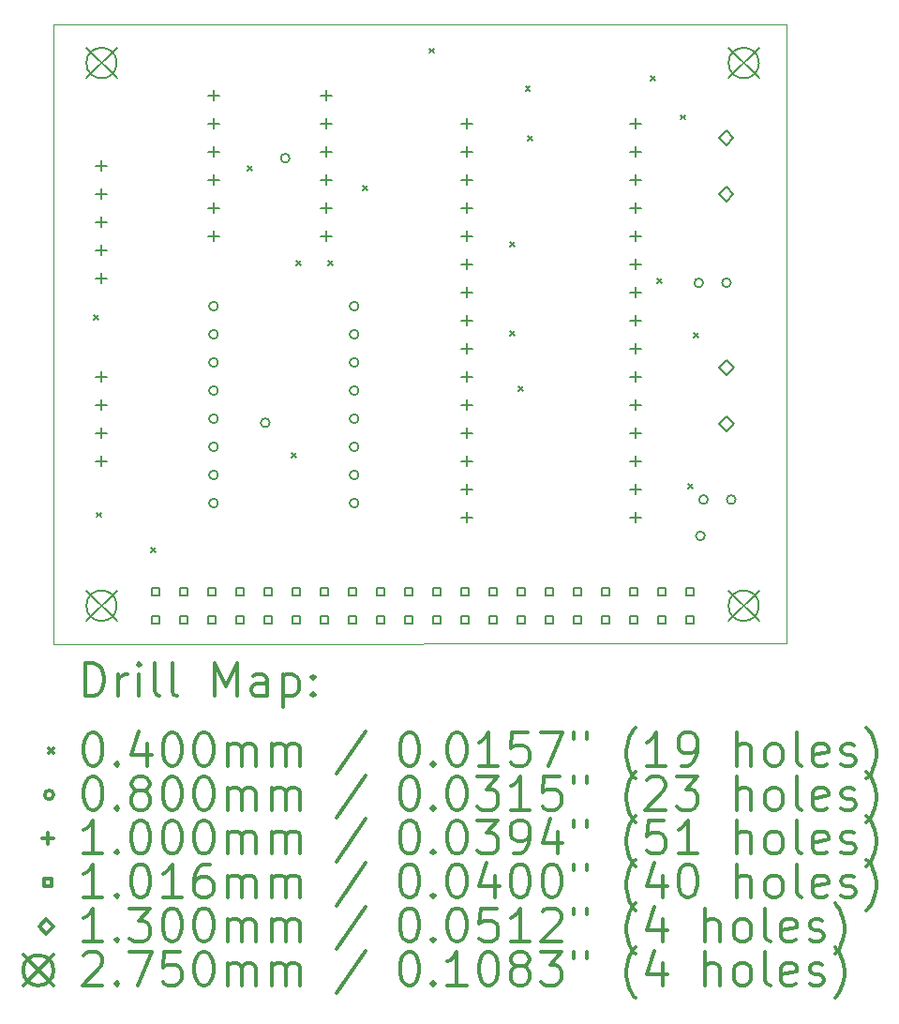
<source format=gbr>
%FSLAX45Y45*%
G04 Gerber Fmt 4.5, Leading zero omitted, Abs format (unit mm)*
G04 Created by KiCad (PCBNEW (5.1.12)-1) date 2022-04-21 18:06:42*
%MOMM*%
%LPD*%
G01*
G04 APERTURE LIST*
%TA.AperFunction,Profile*%
%ADD10C,0.050000*%
%TD*%
%ADD11C,0.200000*%
%ADD12C,0.300000*%
G04 APERTURE END LIST*
D10*
X16100000Y-7740000D02*
X9480000Y-7740000D01*
X16100000Y-13330000D02*
X16100000Y-7740000D01*
X9480000Y-13340000D02*
X16100000Y-13330000D01*
X9480000Y-7740000D02*
X9480000Y-13340000D01*
D11*
X9840000Y-10370000D02*
X9880000Y-10410000D01*
X9880000Y-10370000D02*
X9840000Y-10410000D01*
X9870000Y-12150000D02*
X9910000Y-12190000D01*
X9910000Y-12150000D02*
X9870000Y-12190000D01*
X10360000Y-12470000D02*
X10400000Y-12510000D01*
X10400000Y-12470000D02*
X10360000Y-12510000D01*
X11232200Y-9022400D02*
X11272200Y-9062400D01*
X11272200Y-9022400D02*
X11232200Y-9062400D01*
X11630000Y-11610000D02*
X11670000Y-11650000D01*
X11670000Y-11610000D02*
X11630000Y-11650000D01*
X11670000Y-9880000D02*
X11710000Y-9920000D01*
X11710000Y-9880000D02*
X11670000Y-9920000D01*
X11960000Y-9880000D02*
X12000000Y-9920000D01*
X12000000Y-9880000D02*
X11960000Y-9920000D01*
X12273600Y-9200200D02*
X12313600Y-9240200D01*
X12313600Y-9200200D02*
X12273600Y-9240200D01*
X12870000Y-7960000D02*
X12910000Y-8000000D01*
X12910000Y-7960000D02*
X12870000Y-8000000D01*
X13600000Y-9710000D02*
X13640000Y-9750000D01*
X13640000Y-9710000D02*
X13600000Y-9750000D01*
X13600000Y-10510000D02*
X13640000Y-10550000D01*
X13640000Y-10510000D02*
X13600000Y-10550000D01*
X13680000Y-11010000D02*
X13720000Y-11050000D01*
X13720000Y-11010000D02*
X13680000Y-11050000D01*
X13740000Y-8300000D02*
X13780000Y-8340000D01*
X13780000Y-8300000D02*
X13740000Y-8340000D01*
X13760000Y-8750000D02*
X13800000Y-8790000D01*
X13800000Y-8750000D02*
X13760000Y-8790000D01*
X14870000Y-8210000D02*
X14910000Y-8250000D01*
X14910000Y-8210000D02*
X14870000Y-8250000D01*
X14930000Y-10040000D02*
X14970000Y-10080000D01*
X14970000Y-10040000D02*
X14930000Y-10080000D01*
X15140000Y-8560000D02*
X15180000Y-8600000D01*
X15180000Y-8560000D02*
X15140000Y-8600000D01*
X15210000Y-11890000D02*
X15250000Y-11930000D01*
X15250000Y-11890000D02*
X15210000Y-11930000D01*
X15260000Y-10530000D02*
X15300000Y-10570000D01*
X15300000Y-10530000D02*
X15260000Y-10570000D01*
X10962000Y-10287000D02*
G75*
G03*
X10962000Y-10287000I-40000J0D01*
G01*
X10962000Y-10541000D02*
G75*
G03*
X10962000Y-10541000I-40000J0D01*
G01*
X10962000Y-10795000D02*
G75*
G03*
X10962000Y-10795000I-40000J0D01*
G01*
X10962000Y-11049000D02*
G75*
G03*
X10962000Y-11049000I-40000J0D01*
G01*
X10962000Y-11303000D02*
G75*
G03*
X10962000Y-11303000I-40000J0D01*
G01*
X10962000Y-11557000D02*
G75*
G03*
X10962000Y-11557000I-40000J0D01*
G01*
X10962000Y-11811000D02*
G75*
G03*
X10962000Y-11811000I-40000J0D01*
G01*
X10962000Y-12065000D02*
G75*
G03*
X10962000Y-12065000I-40000J0D01*
G01*
X11430000Y-11340000D02*
G75*
G03*
X11430000Y-11340000I-40000J0D01*
G01*
X11610000Y-8950000D02*
G75*
G03*
X11610000Y-8950000I-40000J0D01*
G01*
X12232000Y-10287000D02*
G75*
G03*
X12232000Y-10287000I-40000J0D01*
G01*
X12232000Y-10541000D02*
G75*
G03*
X12232000Y-10541000I-40000J0D01*
G01*
X12232000Y-10795000D02*
G75*
G03*
X12232000Y-10795000I-40000J0D01*
G01*
X12232000Y-11049000D02*
G75*
G03*
X12232000Y-11049000I-40000J0D01*
G01*
X12232000Y-11303000D02*
G75*
G03*
X12232000Y-11303000I-40000J0D01*
G01*
X12232000Y-11557000D02*
G75*
G03*
X12232000Y-11557000I-40000J0D01*
G01*
X12232000Y-11811000D02*
G75*
G03*
X12232000Y-11811000I-40000J0D01*
G01*
X12232000Y-12065000D02*
G75*
G03*
X12232000Y-12065000I-40000J0D01*
G01*
X15345000Y-10076000D02*
G75*
G03*
X15345000Y-10076000I-40000J0D01*
G01*
X15360000Y-12360000D02*
G75*
G03*
X15360000Y-12360000I-40000J0D01*
G01*
X15388000Y-12033000D02*
G75*
G03*
X15388000Y-12033000I-40000J0D01*
G01*
X15595000Y-10076000D02*
G75*
G03*
X15595000Y-10076000I-40000J0D01*
G01*
X15638000Y-12033000D02*
G75*
G03*
X15638000Y-12033000I-40000J0D01*
G01*
X9906000Y-8967000D02*
X9906000Y-9067000D01*
X9856000Y-9017000D02*
X9956000Y-9017000D01*
X9906000Y-9221000D02*
X9906000Y-9321000D01*
X9856000Y-9271000D02*
X9956000Y-9271000D01*
X9906000Y-9475000D02*
X9906000Y-9575000D01*
X9856000Y-9525000D02*
X9956000Y-9525000D01*
X9906000Y-9729000D02*
X9906000Y-9829000D01*
X9856000Y-9779000D02*
X9956000Y-9779000D01*
X9906000Y-9983000D02*
X9906000Y-10083000D01*
X9856000Y-10033000D02*
X9956000Y-10033000D01*
X9906000Y-10872000D02*
X9906000Y-10972000D01*
X9856000Y-10922000D02*
X9956000Y-10922000D01*
X9906000Y-11126000D02*
X9906000Y-11226000D01*
X9856000Y-11176000D02*
X9956000Y-11176000D01*
X9906000Y-11380000D02*
X9906000Y-11480000D01*
X9856000Y-11430000D02*
X9956000Y-11430000D01*
X9906000Y-11634000D02*
X9906000Y-11734000D01*
X9856000Y-11684000D02*
X9956000Y-11684000D01*
X10922000Y-8332000D02*
X10922000Y-8432000D01*
X10872000Y-8382000D02*
X10972000Y-8382000D01*
X10922000Y-8586000D02*
X10922000Y-8686000D01*
X10872000Y-8636000D02*
X10972000Y-8636000D01*
X10922000Y-8840000D02*
X10922000Y-8940000D01*
X10872000Y-8890000D02*
X10972000Y-8890000D01*
X10922000Y-9094000D02*
X10922000Y-9194000D01*
X10872000Y-9144000D02*
X10972000Y-9144000D01*
X10922000Y-9348000D02*
X10922000Y-9448000D01*
X10872000Y-9398000D02*
X10972000Y-9398000D01*
X10922000Y-9602000D02*
X10922000Y-9702000D01*
X10872000Y-9652000D02*
X10972000Y-9652000D01*
X11942000Y-8332000D02*
X11942000Y-8432000D01*
X11892000Y-8382000D02*
X11992000Y-8382000D01*
X11942000Y-8586000D02*
X11942000Y-8686000D01*
X11892000Y-8636000D02*
X11992000Y-8636000D01*
X11942000Y-8840000D02*
X11942000Y-8940000D01*
X11892000Y-8890000D02*
X11992000Y-8890000D01*
X11942000Y-9094000D02*
X11942000Y-9194000D01*
X11892000Y-9144000D02*
X11992000Y-9144000D01*
X11942000Y-9348000D02*
X11942000Y-9448000D01*
X11892000Y-9398000D02*
X11992000Y-9398000D01*
X11942000Y-9602000D02*
X11942000Y-9702000D01*
X11892000Y-9652000D02*
X11992000Y-9652000D01*
X13208000Y-8586000D02*
X13208000Y-8686000D01*
X13158000Y-8636000D02*
X13258000Y-8636000D01*
X13208000Y-8840000D02*
X13208000Y-8940000D01*
X13158000Y-8890000D02*
X13258000Y-8890000D01*
X13208000Y-9094000D02*
X13208000Y-9194000D01*
X13158000Y-9144000D02*
X13258000Y-9144000D01*
X13208000Y-9348000D02*
X13208000Y-9448000D01*
X13158000Y-9398000D02*
X13258000Y-9398000D01*
X13208000Y-9602000D02*
X13208000Y-9702000D01*
X13158000Y-9652000D02*
X13258000Y-9652000D01*
X13208000Y-9856000D02*
X13208000Y-9956000D01*
X13158000Y-9906000D02*
X13258000Y-9906000D01*
X13208000Y-10110000D02*
X13208000Y-10210000D01*
X13158000Y-10160000D02*
X13258000Y-10160000D01*
X13208000Y-10364000D02*
X13208000Y-10464000D01*
X13158000Y-10414000D02*
X13258000Y-10414000D01*
X13208000Y-10618000D02*
X13208000Y-10718000D01*
X13158000Y-10668000D02*
X13258000Y-10668000D01*
X13208000Y-10872000D02*
X13208000Y-10972000D01*
X13158000Y-10922000D02*
X13258000Y-10922000D01*
X13208000Y-11126000D02*
X13208000Y-11226000D01*
X13158000Y-11176000D02*
X13258000Y-11176000D01*
X13208000Y-11380000D02*
X13208000Y-11480000D01*
X13158000Y-11430000D02*
X13258000Y-11430000D01*
X13208000Y-11634000D02*
X13208000Y-11734000D01*
X13158000Y-11684000D02*
X13258000Y-11684000D01*
X13208000Y-11888000D02*
X13208000Y-11988000D01*
X13158000Y-11938000D02*
X13258000Y-11938000D01*
X13208000Y-12142000D02*
X13208000Y-12242000D01*
X13158000Y-12192000D02*
X13258000Y-12192000D01*
X14732000Y-8586000D02*
X14732000Y-8686000D01*
X14682000Y-8636000D02*
X14782000Y-8636000D01*
X14732000Y-8840000D02*
X14732000Y-8940000D01*
X14682000Y-8890000D02*
X14782000Y-8890000D01*
X14732000Y-9094000D02*
X14732000Y-9194000D01*
X14682000Y-9144000D02*
X14782000Y-9144000D01*
X14732000Y-9348000D02*
X14732000Y-9448000D01*
X14682000Y-9398000D02*
X14782000Y-9398000D01*
X14732000Y-9602000D02*
X14732000Y-9702000D01*
X14682000Y-9652000D02*
X14782000Y-9652000D01*
X14732000Y-9856000D02*
X14732000Y-9956000D01*
X14682000Y-9906000D02*
X14782000Y-9906000D01*
X14732000Y-10110000D02*
X14732000Y-10210000D01*
X14682000Y-10160000D02*
X14782000Y-10160000D01*
X14732000Y-10364000D02*
X14732000Y-10464000D01*
X14682000Y-10414000D02*
X14782000Y-10414000D01*
X14732000Y-10618000D02*
X14732000Y-10718000D01*
X14682000Y-10668000D02*
X14782000Y-10668000D01*
X14732000Y-10872000D02*
X14732000Y-10972000D01*
X14682000Y-10922000D02*
X14782000Y-10922000D01*
X14732000Y-11126000D02*
X14732000Y-11226000D01*
X14682000Y-11176000D02*
X14782000Y-11176000D01*
X14732000Y-11380000D02*
X14732000Y-11480000D01*
X14682000Y-11430000D02*
X14782000Y-11430000D01*
X14732000Y-11634000D02*
X14732000Y-11734000D01*
X14682000Y-11684000D02*
X14782000Y-11684000D01*
X14732000Y-11888000D02*
X14732000Y-11988000D01*
X14682000Y-11938000D02*
X14782000Y-11938000D01*
X14732000Y-12142000D02*
X14732000Y-12242000D01*
X14682000Y-12192000D02*
X14782000Y-12192000D01*
X10433921Y-12899921D02*
X10433921Y-12828079D01*
X10362079Y-12828079D01*
X10362079Y-12899921D01*
X10433921Y-12899921D01*
X10433921Y-13153921D02*
X10433921Y-13082079D01*
X10362079Y-13082079D01*
X10362079Y-13153921D01*
X10433921Y-13153921D01*
X10687921Y-12899921D02*
X10687921Y-12828079D01*
X10616079Y-12828079D01*
X10616079Y-12899921D01*
X10687921Y-12899921D01*
X10687921Y-13153921D02*
X10687921Y-13082079D01*
X10616079Y-13082079D01*
X10616079Y-13153921D01*
X10687921Y-13153921D01*
X10941921Y-12899921D02*
X10941921Y-12828079D01*
X10870079Y-12828079D01*
X10870079Y-12899921D01*
X10941921Y-12899921D01*
X10941921Y-13153921D02*
X10941921Y-13082079D01*
X10870079Y-13082079D01*
X10870079Y-13153921D01*
X10941921Y-13153921D01*
X11195921Y-12899921D02*
X11195921Y-12828079D01*
X11124079Y-12828079D01*
X11124079Y-12899921D01*
X11195921Y-12899921D01*
X11195921Y-13153921D02*
X11195921Y-13082079D01*
X11124079Y-13082079D01*
X11124079Y-13153921D01*
X11195921Y-13153921D01*
X11449921Y-12899921D02*
X11449921Y-12828079D01*
X11378079Y-12828079D01*
X11378079Y-12899921D01*
X11449921Y-12899921D01*
X11449921Y-13153921D02*
X11449921Y-13082079D01*
X11378079Y-13082079D01*
X11378079Y-13153921D01*
X11449921Y-13153921D01*
X11703921Y-12899921D02*
X11703921Y-12828079D01*
X11632079Y-12828079D01*
X11632079Y-12899921D01*
X11703921Y-12899921D01*
X11703921Y-13153921D02*
X11703921Y-13082079D01*
X11632079Y-13082079D01*
X11632079Y-13153921D01*
X11703921Y-13153921D01*
X11957921Y-12899921D02*
X11957921Y-12828079D01*
X11886079Y-12828079D01*
X11886079Y-12899921D01*
X11957921Y-12899921D01*
X11957921Y-13153921D02*
X11957921Y-13082079D01*
X11886079Y-13082079D01*
X11886079Y-13153921D01*
X11957921Y-13153921D01*
X12211921Y-12899921D02*
X12211921Y-12828079D01*
X12140079Y-12828079D01*
X12140079Y-12899921D01*
X12211921Y-12899921D01*
X12211921Y-13153921D02*
X12211921Y-13082079D01*
X12140079Y-13082079D01*
X12140079Y-13153921D01*
X12211921Y-13153921D01*
X12465921Y-12899921D02*
X12465921Y-12828079D01*
X12394079Y-12828079D01*
X12394079Y-12899921D01*
X12465921Y-12899921D01*
X12465921Y-13153921D02*
X12465921Y-13082079D01*
X12394079Y-13082079D01*
X12394079Y-13153921D01*
X12465921Y-13153921D01*
X12719921Y-12899921D02*
X12719921Y-12828079D01*
X12648079Y-12828079D01*
X12648079Y-12899921D01*
X12719921Y-12899921D01*
X12719921Y-13153921D02*
X12719921Y-13082079D01*
X12648079Y-13082079D01*
X12648079Y-13153921D01*
X12719921Y-13153921D01*
X12973921Y-12899921D02*
X12973921Y-12828079D01*
X12902079Y-12828079D01*
X12902079Y-12899921D01*
X12973921Y-12899921D01*
X12973921Y-13153921D02*
X12973921Y-13082079D01*
X12902079Y-13082079D01*
X12902079Y-13153921D01*
X12973921Y-13153921D01*
X13227921Y-12899921D02*
X13227921Y-12828079D01*
X13156079Y-12828079D01*
X13156079Y-12899921D01*
X13227921Y-12899921D01*
X13227921Y-13153921D02*
X13227921Y-13082079D01*
X13156079Y-13082079D01*
X13156079Y-13153921D01*
X13227921Y-13153921D01*
X13481921Y-12899921D02*
X13481921Y-12828079D01*
X13410079Y-12828079D01*
X13410079Y-12899921D01*
X13481921Y-12899921D01*
X13481921Y-13153921D02*
X13481921Y-13082079D01*
X13410079Y-13082079D01*
X13410079Y-13153921D01*
X13481921Y-13153921D01*
X13735921Y-12899921D02*
X13735921Y-12828079D01*
X13664079Y-12828079D01*
X13664079Y-12899921D01*
X13735921Y-12899921D01*
X13735921Y-13153921D02*
X13735921Y-13082079D01*
X13664079Y-13082079D01*
X13664079Y-13153921D01*
X13735921Y-13153921D01*
X13989921Y-12899921D02*
X13989921Y-12828079D01*
X13918079Y-12828079D01*
X13918079Y-12899921D01*
X13989921Y-12899921D01*
X13989921Y-13153921D02*
X13989921Y-13082079D01*
X13918079Y-13082079D01*
X13918079Y-13153921D01*
X13989921Y-13153921D01*
X14243921Y-12899921D02*
X14243921Y-12828079D01*
X14172079Y-12828079D01*
X14172079Y-12899921D01*
X14243921Y-12899921D01*
X14243921Y-13153921D02*
X14243921Y-13082079D01*
X14172079Y-13082079D01*
X14172079Y-13153921D01*
X14243921Y-13153921D01*
X14497921Y-12899921D02*
X14497921Y-12828079D01*
X14426079Y-12828079D01*
X14426079Y-12899921D01*
X14497921Y-12899921D01*
X14497921Y-13153921D02*
X14497921Y-13082079D01*
X14426079Y-13082079D01*
X14426079Y-13153921D01*
X14497921Y-13153921D01*
X14751921Y-12899921D02*
X14751921Y-12828079D01*
X14680079Y-12828079D01*
X14680079Y-12899921D01*
X14751921Y-12899921D01*
X14751921Y-13153921D02*
X14751921Y-13082079D01*
X14680079Y-13082079D01*
X14680079Y-13153921D01*
X14751921Y-13153921D01*
X15005921Y-12899921D02*
X15005921Y-12828079D01*
X14934079Y-12828079D01*
X14934079Y-12899921D01*
X15005921Y-12899921D01*
X15005921Y-13153921D02*
X15005921Y-13082079D01*
X14934079Y-13082079D01*
X14934079Y-13153921D01*
X15005921Y-13153921D01*
X15259921Y-12899921D02*
X15259921Y-12828079D01*
X15188079Y-12828079D01*
X15188079Y-12899921D01*
X15259921Y-12899921D01*
X15259921Y-13153921D02*
X15259921Y-13082079D01*
X15188079Y-13082079D01*
X15188079Y-13153921D01*
X15259921Y-13153921D01*
X15552000Y-8832000D02*
X15617000Y-8767000D01*
X15552000Y-8702000D01*
X15487000Y-8767000D01*
X15552000Y-8832000D01*
X15552000Y-9340000D02*
X15617000Y-9275000D01*
X15552000Y-9210000D01*
X15487000Y-9275000D01*
X15552000Y-9340000D01*
X15555000Y-10907000D02*
X15620000Y-10842000D01*
X15555000Y-10777000D01*
X15490000Y-10842000D01*
X15555000Y-10907000D01*
X15555000Y-11415000D02*
X15620000Y-11350000D01*
X15555000Y-11285000D01*
X15490000Y-11350000D01*
X15555000Y-11415000D01*
X9773500Y-7953500D02*
X10048500Y-8228500D01*
X10048500Y-7953500D02*
X9773500Y-8228500D01*
X10048500Y-8091000D02*
G75*
G03*
X10048500Y-8091000I-137500J0D01*
G01*
X9773500Y-12853500D02*
X10048500Y-13128500D01*
X10048500Y-12853500D02*
X9773500Y-13128500D01*
X10048500Y-12991000D02*
G75*
G03*
X10048500Y-12991000I-137500J0D01*
G01*
X15573500Y-7953500D02*
X15848500Y-8228500D01*
X15848500Y-7953500D02*
X15573500Y-8228500D01*
X15848500Y-8091000D02*
G75*
G03*
X15848500Y-8091000I-137500J0D01*
G01*
X15573500Y-12853500D02*
X15848500Y-13128500D01*
X15848500Y-12853500D02*
X15573500Y-13128500D01*
X15848500Y-12991000D02*
G75*
G03*
X15848500Y-12991000I-137500J0D01*
G01*
D12*
X9763928Y-13808214D02*
X9763928Y-13508214D01*
X9835357Y-13508214D01*
X9878214Y-13522500D01*
X9906786Y-13551071D01*
X9921071Y-13579643D01*
X9935357Y-13636786D01*
X9935357Y-13679643D01*
X9921071Y-13736786D01*
X9906786Y-13765357D01*
X9878214Y-13793929D01*
X9835357Y-13808214D01*
X9763928Y-13808214D01*
X10063928Y-13808214D02*
X10063928Y-13608214D01*
X10063928Y-13665357D02*
X10078214Y-13636786D01*
X10092500Y-13622500D01*
X10121071Y-13608214D01*
X10149643Y-13608214D01*
X10249643Y-13808214D02*
X10249643Y-13608214D01*
X10249643Y-13508214D02*
X10235357Y-13522500D01*
X10249643Y-13536786D01*
X10263928Y-13522500D01*
X10249643Y-13508214D01*
X10249643Y-13536786D01*
X10435357Y-13808214D02*
X10406786Y-13793929D01*
X10392500Y-13765357D01*
X10392500Y-13508214D01*
X10592500Y-13808214D02*
X10563928Y-13793929D01*
X10549643Y-13765357D01*
X10549643Y-13508214D01*
X10935357Y-13808214D02*
X10935357Y-13508214D01*
X11035357Y-13722500D01*
X11135357Y-13508214D01*
X11135357Y-13808214D01*
X11406786Y-13808214D02*
X11406786Y-13651071D01*
X11392500Y-13622500D01*
X11363928Y-13608214D01*
X11306786Y-13608214D01*
X11278214Y-13622500D01*
X11406786Y-13793929D02*
X11378214Y-13808214D01*
X11306786Y-13808214D01*
X11278214Y-13793929D01*
X11263928Y-13765357D01*
X11263928Y-13736786D01*
X11278214Y-13708214D01*
X11306786Y-13693929D01*
X11378214Y-13693929D01*
X11406786Y-13679643D01*
X11549643Y-13608214D02*
X11549643Y-13908214D01*
X11549643Y-13622500D02*
X11578214Y-13608214D01*
X11635357Y-13608214D01*
X11663928Y-13622500D01*
X11678214Y-13636786D01*
X11692500Y-13665357D01*
X11692500Y-13751071D01*
X11678214Y-13779643D01*
X11663928Y-13793929D01*
X11635357Y-13808214D01*
X11578214Y-13808214D01*
X11549643Y-13793929D01*
X11821071Y-13779643D02*
X11835357Y-13793929D01*
X11821071Y-13808214D01*
X11806786Y-13793929D01*
X11821071Y-13779643D01*
X11821071Y-13808214D01*
X11821071Y-13622500D02*
X11835357Y-13636786D01*
X11821071Y-13651071D01*
X11806786Y-13636786D01*
X11821071Y-13622500D01*
X11821071Y-13651071D01*
X9437500Y-14282500D02*
X9477500Y-14322500D01*
X9477500Y-14282500D02*
X9437500Y-14322500D01*
X9821071Y-14138214D02*
X9849643Y-14138214D01*
X9878214Y-14152500D01*
X9892500Y-14166786D01*
X9906786Y-14195357D01*
X9921071Y-14252500D01*
X9921071Y-14323929D01*
X9906786Y-14381071D01*
X9892500Y-14409643D01*
X9878214Y-14423929D01*
X9849643Y-14438214D01*
X9821071Y-14438214D01*
X9792500Y-14423929D01*
X9778214Y-14409643D01*
X9763928Y-14381071D01*
X9749643Y-14323929D01*
X9749643Y-14252500D01*
X9763928Y-14195357D01*
X9778214Y-14166786D01*
X9792500Y-14152500D01*
X9821071Y-14138214D01*
X10049643Y-14409643D02*
X10063928Y-14423929D01*
X10049643Y-14438214D01*
X10035357Y-14423929D01*
X10049643Y-14409643D01*
X10049643Y-14438214D01*
X10321071Y-14238214D02*
X10321071Y-14438214D01*
X10249643Y-14123929D02*
X10178214Y-14338214D01*
X10363928Y-14338214D01*
X10535357Y-14138214D02*
X10563928Y-14138214D01*
X10592500Y-14152500D01*
X10606786Y-14166786D01*
X10621071Y-14195357D01*
X10635357Y-14252500D01*
X10635357Y-14323929D01*
X10621071Y-14381071D01*
X10606786Y-14409643D01*
X10592500Y-14423929D01*
X10563928Y-14438214D01*
X10535357Y-14438214D01*
X10506786Y-14423929D01*
X10492500Y-14409643D01*
X10478214Y-14381071D01*
X10463928Y-14323929D01*
X10463928Y-14252500D01*
X10478214Y-14195357D01*
X10492500Y-14166786D01*
X10506786Y-14152500D01*
X10535357Y-14138214D01*
X10821071Y-14138214D02*
X10849643Y-14138214D01*
X10878214Y-14152500D01*
X10892500Y-14166786D01*
X10906786Y-14195357D01*
X10921071Y-14252500D01*
X10921071Y-14323929D01*
X10906786Y-14381071D01*
X10892500Y-14409643D01*
X10878214Y-14423929D01*
X10849643Y-14438214D01*
X10821071Y-14438214D01*
X10792500Y-14423929D01*
X10778214Y-14409643D01*
X10763928Y-14381071D01*
X10749643Y-14323929D01*
X10749643Y-14252500D01*
X10763928Y-14195357D01*
X10778214Y-14166786D01*
X10792500Y-14152500D01*
X10821071Y-14138214D01*
X11049643Y-14438214D02*
X11049643Y-14238214D01*
X11049643Y-14266786D02*
X11063928Y-14252500D01*
X11092500Y-14238214D01*
X11135357Y-14238214D01*
X11163928Y-14252500D01*
X11178214Y-14281071D01*
X11178214Y-14438214D01*
X11178214Y-14281071D02*
X11192500Y-14252500D01*
X11221071Y-14238214D01*
X11263928Y-14238214D01*
X11292500Y-14252500D01*
X11306786Y-14281071D01*
X11306786Y-14438214D01*
X11449643Y-14438214D02*
X11449643Y-14238214D01*
X11449643Y-14266786D02*
X11463928Y-14252500D01*
X11492500Y-14238214D01*
X11535357Y-14238214D01*
X11563928Y-14252500D01*
X11578214Y-14281071D01*
X11578214Y-14438214D01*
X11578214Y-14281071D02*
X11592500Y-14252500D01*
X11621071Y-14238214D01*
X11663928Y-14238214D01*
X11692500Y-14252500D01*
X11706786Y-14281071D01*
X11706786Y-14438214D01*
X12292500Y-14123929D02*
X12035357Y-14509643D01*
X12678214Y-14138214D02*
X12706786Y-14138214D01*
X12735357Y-14152500D01*
X12749643Y-14166786D01*
X12763928Y-14195357D01*
X12778214Y-14252500D01*
X12778214Y-14323929D01*
X12763928Y-14381071D01*
X12749643Y-14409643D01*
X12735357Y-14423929D01*
X12706786Y-14438214D01*
X12678214Y-14438214D01*
X12649643Y-14423929D01*
X12635357Y-14409643D01*
X12621071Y-14381071D01*
X12606786Y-14323929D01*
X12606786Y-14252500D01*
X12621071Y-14195357D01*
X12635357Y-14166786D01*
X12649643Y-14152500D01*
X12678214Y-14138214D01*
X12906786Y-14409643D02*
X12921071Y-14423929D01*
X12906786Y-14438214D01*
X12892500Y-14423929D01*
X12906786Y-14409643D01*
X12906786Y-14438214D01*
X13106786Y-14138214D02*
X13135357Y-14138214D01*
X13163928Y-14152500D01*
X13178214Y-14166786D01*
X13192500Y-14195357D01*
X13206786Y-14252500D01*
X13206786Y-14323929D01*
X13192500Y-14381071D01*
X13178214Y-14409643D01*
X13163928Y-14423929D01*
X13135357Y-14438214D01*
X13106786Y-14438214D01*
X13078214Y-14423929D01*
X13063928Y-14409643D01*
X13049643Y-14381071D01*
X13035357Y-14323929D01*
X13035357Y-14252500D01*
X13049643Y-14195357D01*
X13063928Y-14166786D01*
X13078214Y-14152500D01*
X13106786Y-14138214D01*
X13492500Y-14438214D02*
X13321071Y-14438214D01*
X13406786Y-14438214D02*
X13406786Y-14138214D01*
X13378214Y-14181071D01*
X13349643Y-14209643D01*
X13321071Y-14223929D01*
X13763928Y-14138214D02*
X13621071Y-14138214D01*
X13606786Y-14281071D01*
X13621071Y-14266786D01*
X13649643Y-14252500D01*
X13721071Y-14252500D01*
X13749643Y-14266786D01*
X13763928Y-14281071D01*
X13778214Y-14309643D01*
X13778214Y-14381071D01*
X13763928Y-14409643D01*
X13749643Y-14423929D01*
X13721071Y-14438214D01*
X13649643Y-14438214D01*
X13621071Y-14423929D01*
X13606786Y-14409643D01*
X13878214Y-14138214D02*
X14078214Y-14138214D01*
X13949643Y-14438214D01*
X14178214Y-14138214D02*
X14178214Y-14195357D01*
X14292500Y-14138214D02*
X14292500Y-14195357D01*
X14735357Y-14552500D02*
X14721071Y-14538214D01*
X14692500Y-14495357D01*
X14678214Y-14466786D01*
X14663928Y-14423929D01*
X14649643Y-14352500D01*
X14649643Y-14295357D01*
X14663928Y-14223929D01*
X14678214Y-14181071D01*
X14692500Y-14152500D01*
X14721071Y-14109643D01*
X14735357Y-14095357D01*
X15006786Y-14438214D02*
X14835357Y-14438214D01*
X14921071Y-14438214D02*
X14921071Y-14138214D01*
X14892500Y-14181071D01*
X14863928Y-14209643D01*
X14835357Y-14223929D01*
X15149643Y-14438214D02*
X15206786Y-14438214D01*
X15235357Y-14423929D01*
X15249643Y-14409643D01*
X15278214Y-14366786D01*
X15292500Y-14309643D01*
X15292500Y-14195357D01*
X15278214Y-14166786D01*
X15263928Y-14152500D01*
X15235357Y-14138214D01*
X15178214Y-14138214D01*
X15149643Y-14152500D01*
X15135357Y-14166786D01*
X15121071Y-14195357D01*
X15121071Y-14266786D01*
X15135357Y-14295357D01*
X15149643Y-14309643D01*
X15178214Y-14323929D01*
X15235357Y-14323929D01*
X15263928Y-14309643D01*
X15278214Y-14295357D01*
X15292500Y-14266786D01*
X15649643Y-14438214D02*
X15649643Y-14138214D01*
X15778214Y-14438214D02*
X15778214Y-14281071D01*
X15763928Y-14252500D01*
X15735357Y-14238214D01*
X15692500Y-14238214D01*
X15663928Y-14252500D01*
X15649643Y-14266786D01*
X15963928Y-14438214D02*
X15935357Y-14423929D01*
X15921071Y-14409643D01*
X15906786Y-14381071D01*
X15906786Y-14295357D01*
X15921071Y-14266786D01*
X15935357Y-14252500D01*
X15963928Y-14238214D01*
X16006786Y-14238214D01*
X16035357Y-14252500D01*
X16049643Y-14266786D01*
X16063928Y-14295357D01*
X16063928Y-14381071D01*
X16049643Y-14409643D01*
X16035357Y-14423929D01*
X16006786Y-14438214D01*
X15963928Y-14438214D01*
X16235357Y-14438214D02*
X16206786Y-14423929D01*
X16192500Y-14395357D01*
X16192500Y-14138214D01*
X16463928Y-14423929D02*
X16435357Y-14438214D01*
X16378214Y-14438214D01*
X16349643Y-14423929D01*
X16335357Y-14395357D01*
X16335357Y-14281071D01*
X16349643Y-14252500D01*
X16378214Y-14238214D01*
X16435357Y-14238214D01*
X16463928Y-14252500D01*
X16478214Y-14281071D01*
X16478214Y-14309643D01*
X16335357Y-14338214D01*
X16592500Y-14423929D02*
X16621071Y-14438214D01*
X16678214Y-14438214D01*
X16706786Y-14423929D01*
X16721071Y-14395357D01*
X16721071Y-14381071D01*
X16706786Y-14352500D01*
X16678214Y-14338214D01*
X16635357Y-14338214D01*
X16606786Y-14323929D01*
X16592500Y-14295357D01*
X16592500Y-14281071D01*
X16606786Y-14252500D01*
X16635357Y-14238214D01*
X16678214Y-14238214D01*
X16706786Y-14252500D01*
X16821071Y-14552500D02*
X16835357Y-14538214D01*
X16863928Y-14495357D01*
X16878214Y-14466786D01*
X16892500Y-14423929D01*
X16906786Y-14352500D01*
X16906786Y-14295357D01*
X16892500Y-14223929D01*
X16878214Y-14181071D01*
X16863928Y-14152500D01*
X16835357Y-14109643D01*
X16821071Y-14095357D01*
X9477500Y-14698500D02*
G75*
G03*
X9477500Y-14698500I-40000J0D01*
G01*
X9821071Y-14534214D02*
X9849643Y-14534214D01*
X9878214Y-14548500D01*
X9892500Y-14562786D01*
X9906786Y-14591357D01*
X9921071Y-14648500D01*
X9921071Y-14719929D01*
X9906786Y-14777071D01*
X9892500Y-14805643D01*
X9878214Y-14819929D01*
X9849643Y-14834214D01*
X9821071Y-14834214D01*
X9792500Y-14819929D01*
X9778214Y-14805643D01*
X9763928Y-14777071D01*
X9749643Y-14719929D01*
X9749643Y-14648500D01*
X9763928Y-14591357D01*
X9778214Y-14562786D01*
X9792500Y-14548500D01*
X9821071Y-14534214D01*
X10049643Y-14805643D02*
X10063928Y-14819929D01*
X10049643Y-14834214D01*
X10035357Y-14819929D01*
X10049643Y-14805643D01*
X10049643Y-14834214D01*
X10235357Y-14662786D02*
X10206786Y-14648500D01*
X10192500Y-14634214D01*
X10178214Y-14605643D01*
X10178214Y-14591357D01*
X10192500Y-14562786D01*
X10206786Y-14548500D01*
X10235357Y-14534214D01*
X10292500Y-14534214D01*
X10321071Y-14548500D01*
X10335357Y-14562786D01*
X10349643Y-14591357D01*
X10349643Y-14605643D01*
X10335357Y-14634214D01*
X10321071Y-14648500D01*
X10292500Y-14662786D01*
X10235357Y-14662786D01*
X10206786Y-14677071D01*
X10192500Y-14691357D01*
X10178214Y-14719929D01*
X10178214Y-14777071D01*
X10192500Y-14805643D01*
X10206786Y-14819929D01*
X10235357Y-14834214D01*
X10292500Y-14834214D01*
X10321071Y-14819929D01*
X10335357Y-14805643D01*
X10349643Y-14777071D01*
X10349643Y-14719929D01*
X10335357Y-14691357D01*
X10321071Y-14677071D01*
X10292500Y-14662786D01*
X10535357Y-14534214D02*
X10563928Y-14534214D01*
X10592500Y-14548500D01*
X10606786Y-14562786D01*
X10621071Y-14591357D01*
X10635357Y-14648500D01*
X10635357Y-14719929D01*
X10621071Y-14777071D01*
X10606786Y-14805643D01*
X10592500Y-14819929D01*
X10563928Y-14834214D01*
X10535357Y-14834214D01*
X10506786Y-14819929D01*
X10492500Y-14805643D01*
X10478214Y-14777071D01*
X10463928Y-14719929D01*
X10463928Y-14648500D01*
X10478214Y-14591357D01*
X10492500Y-14562786D01*
X10506786Y-14548500D01*
X10535357Y-14534214D01*
X10821071Y-14534214D02*
X10849643Y-14534214D01*
X10878214Y-14548500D01*
X10892500Y-14562786D01*
X10906786Y-14591357D01*
X10921071Y-14648500D01*
X10921071Y-14719929D01*
X10906786Y-14777071D01*
X10892500Y-14805643D01*
X10878214Y-14819929D01*
X10849643Y-14834214D01*
X10821071Y-14834214D01*
X10792500Y-14819929D01*
X10778214Y-14805643D01*
X10763928Y-14777071D01*
X10749643Y-14719929D01*
X10749643Y-14648500D01*
X10763928Y-14591357D01*
X10778214Y-14562786D01*
X10792500Y-14548500D01*
X10821071Y-14534214D01*
X11049643Y-14834214D02*
X11049643Y-14634214D01*
X11049643Y-14662786D02*
X11063928Y-14648500D01*
X11092500Y-14634214D01*
X11135357Y-14634214D01*
X11163928Y-14648500D01*
X11178214Y-14677071D01*
X11178214Y-14834214D01*
X11178214Y-14677071D02*
X11192500Y-14648500D01*
X11221071Y-14634214D01*
X11263928Y-14634214D01*
X11292500Y-14648500D01*
X11306786Y-14677071D01*
X11306786Y-14834214D01*
X11449643Y-14834214D02*
X11449643Y-14634214D01*
X11449643Y-14662786D02*
X11463928Y-14648500D01*
X11492500Y-14634214D01*
X11535357Y-14634214D01*
X11563928Y-14648500D01*
X11578214Y-14677071D01*
X11578214Y-14834214D01*
X11578214Y-14677071D02*
X11592500Y-14648500D01*
X11621071Y-14634214D01*
X11663928Y-14634214D01*
X11692500Y-14648500D01*
X11706786Y-14677071D01*
X11706786Y-14834214D01*
X12292500Y-14519929D02*
X12035357Y-14905643D01*
X12678214Y-14534214D02*
X12706786Y-14534214D01*
X12735357Y-14548500D01*
X12749643Y-14562786D01*
X12763928Y-14591357D01*
X12778214Y-14648500D01*
X12778214Y-14719929D01*
X12763928Y-14777071D01*
X12749643Y-14805643D01*
X12735357Y-14819929D01*
X12706786Y-14834214D01*
X12678214Y-14834214D01*
X12649643Y-14819929D01*
X12635357Y-14805643D01*
X12621071Y-14777071D01*
X12606786Y-14719929D01*
X12606786Y-14648500D01*
X12621071Y-14591357D01*
X12635357Y-14562786D01*
X12649643Y-14548500D01*
X12678214Y-14534214D01*
X12906786Y-14805643D02*
X12921071Y-14819929D01*
X12906786Y-14834214D01*
X12892500Y-14819929D01*
X12906786Y-14805643D01*
X12906786Y-14834214D01*
X13106786Y-14534214D02*
X13135357Y-14534214D01*
X13163928Y-14548500D01*
X13178214Y-14562786D01*
X13192500Y-14591357D01*
X13206786Y-14648500D01*
X13206786Y-14719929D01*
X13192500Y-14777071D01*
X13178214Y-14805643D01*
X13163928Y-14819929D01*
X13135357Y-14834214D01*
X13106786Y-14834214D01*
X13078214Y-14819929D01*
X13063928Y-14805643D01*
X13049643Y-14777071D01*
X13035357Y-14719929D01*
X13035357Y-14648500D01*
X13049643Y-14591357D01*
X13063928Y-14562786D01*
X13078214Y-14548500D01*
X13106786Y-14534214D01*
X13306786Y-14534214D02*
X13492500Y-14534214D01*
X13392500Y-14648500D01*
X13435357Y-14648500D01*
X13463928Y-14662786D01*
X13478214Y-14677071D01*
X13492500Y-14705643D01*
X13492500Y-14777071D01*
X13478214Y-14805643D01*
X13463928Y-14819929D01*
X13435357Y-14834214D01*
X13349643Y-14834214D01*
X13321071Y-14819929D01*
X13306786Y-14805643D01*
X13778214Y-14834214D02*
X13606786Y-14834214D01*
X13692500Y-14834214D02*
X13692500Y-14534214D01*
X13663928Y-14577071D01*
X13635357Y-14605643D01*
X13606786Y-14619929D01*
X14049643Y-14534214D02*
X13906786Y-14534214D01*
X13892500Y-14677071D01*
X13906786Y-14662786D01*
X13935357Y-14648500D01*
X14006786Y-14648500D01*
X14035357Y-14662786D01*
X14049643Y-14677071D01*
X14063928Y-14705643D01*
X14063928Y-14777071D01*
X14049643Y-14805643D01*
X14035357Y-14819929D01*
X14006786Y-14834214D01*
X13935357Y-14834214D01*
X13906786Y-14819929D01*
X13892500Y-14805643D01*
X14178214Y-14534214D02*
X14178214Y-14591357D01*
X14292500Y-14534214D02*
X14292500Y-14591357D01*
X14735357Y-14948500D02*
X14721071Y-14934214D01*
X14692500Y-14891357D01*
X14678214Y-14862786D01*
X14663928Y-14819929D01*
X14649643Y-14748500D01*
X14649643Y-14691357D01*
X14663928Y-14619929D01*
X14678214Y-14577071D01*
X14692500Y-14548500D01*
X14721071Y-14505643D01*
X14735357Y-14491357D01*
X14835357Y-14562786D02*
X14849643Y-14548500D01*
X14878214Y-14534214D01*
X14949643Y-14534214D01*
X14978214Y-14548500D01*
X14992500Y-14562786D01*
X15006786Y-14591357D01*
X15006786Y-14619929D01*
X14992500Y-14662786D01*
X14821071Y-14834214D01*
X15006786Y-14834214D01*
X15106786Y-14534214D02*
X15292500Y-14534214D01*
X15192500Y-14648500D01*
X15235357Y-14648500D01*
X15263928Y-14662786D01*
X15278214Y-14677071D01*
X15292500Y-14705643D01*
X15292500Y-14777071D01*
X15278214Y-14805643D01*
X15263928Y-14819929D01*
X15235357Y-14834214D01*
X15149643Y-14834214D01*
X15121071Y-14819929D01*
X15106786Y-14805643D01*
X15649643Y-14834214D02*
X15649643Y-14534214D01*
X15778214Y-14834214D02*
X15778214Y-14677071D01*
X15763928Y-14648500D01*
X15735357Y-14634214D01*
X15692500Y-14634214D01*
X15663928Y-14648500D01*
X15649643Y-14662786D01*
X15963928Y-14834214D02*
X15935357Y-14819929D01*
X15921071Y-14805643D01*
X15906786Y-14777071D01*
X15906786Y-14691357D01*
X15921071Y-14662786D01*
X15935357Y-14648500D01*
X15963928Y-14634214D01*
X16006786Y-14634214D01*
X16035357Y-14648500D01*
X16049643Y-14662786D01*
X16063928Y-14691357D01*
X16063928Y-14777071D01*
X16049643Y-14805643D01*
X16035357Y-14819929D01*
X16006786Y-14834214D01*
X15963928Y-14834214D01*
X16235357Y-14834214D02*
X16206786Y-14819929D01*
X16192500Y-14791357D01*
X16192500Y-14534214D01*
X16463928Y-14819929D02*
X16435357Y-14834214D01*
X16378214Y-14834214D01*
X16349643Y-14819929D01*
X16335357Y-14791357D01*
X16335357Y-14677071D01*
X16349643Y-14648500D01*
X16378214Y-14634214D01*
X16435357Y-14634214D01*
X16463928Y-14648500D01*
X16478214Y-14677071D01*
X16478214Y-14705643D01*
X16335357Y-14734214D01*
X16592500Y-14819929D02*
X16621071Y-14834214D01*
X16678214Y-14834214D01*
X16706786Y-14819929D01*
X16721071Y-14791357D01*
X16721071Y-14777071D01*
X16706786Y-14748500D01*
X16678214Y-14734214D01*
X16635357Y-14734214D01*
X16606786Y-14719929D01*
X16592500Y-14691357D01*
X16592500Y-14677071D01*
X16606786Y-14648500D01*
X16635357Y-14634214D01*
X16678214Y-14634214D01*
X16706786Y-14648500D01*
X16821071Y-14948500D02*
X16835357Y-14934214D01*
X16863928Y-14891357D01*
X16878214Y-14862786D01*
X16892500Y-14819929D01*
X16906786Y-14748500D01*
X16906786Y-14691357D01*
X16892500Y-14619929D01*
X16878214Y-14577071D01*
X16863928Y-14548500D01*
X16835357Y-14505643D01*
X16821071Y-14491357D01*
X9427500Y-15044500D02*
X9427500Y-15144500D01*
X9377500Y-15094500D02*
X9477500Y-15094500D01*
X9921071Y-15230214D02*
X9749643Y-15230214D01*
X9835357Y-15230214D02*
X9835357Y-14930214D01*
X9806786Y-14973071D01*
X9778214Y-15001643D01*
X9749643Y-15015929D01*
X10049643Y-15201643D02*
X10063928Y-15215929D01*
X10049643Y-15230214D01*
X10035357Y-15215929D01*
X10049643Y-15201643D01*
X10049643Y-15230214D01*
X10249643Y-14930214D02*
X10278214Y-14930214D01*
X10306786Y-14944500D01*
X10321071Y-14958786D01*
X10335357Y-14987357D01*
X10349643Y-15044500D01*
X10349643Y-15115929D01*
X10335357Y-15173071D01*
X10321071Y-15201643D01*
X10306786Y-15215929D01*
X10278214Y-15230214D01*
X10249643Y-15230214D01*
X10221071Y-15215929D01*
X10206786Y-15201643D01*
X10192500Y-15173071D01*
X10178214Y-15115929D01*
X10178214Y-15044500D01*
X10192500Y-14987357D01*
X10206786Y-14958786D01*
X10221071Y-14944500D01*
X10249643Y-14930214D01*
X10535357Y-14930214D02*
X10563928Y-14930214D01*
X10592500Y-14944500D01*
X10606786Y-14958786D01*
X10621071Y-14987357D01*
X10635357Y-15044500D01*
X10635357Y-15115929D01*
X10621071Y-15173071D01*
X10606786Y-15201643D01*
X10592500Y-15215929D01*
X10563928Y-15230214D01*
X10535357Y-15230214D01*
X10506786Y-15215929D01*
X10492500Y-15201643D01*
X10478214Y-15173071D01*
X10463928Y-15115929D01*
X10463928Y-15044500D01*
X10478214Y-14987357D01*
X10492500Y-14958786D01*
X10506786Y-14944500D01*
X10535357Y-14930214D01*
X10821071Y-14930214D02*
X10849643Y-14930214D01*
X10878214Y-14944500D01*
X10892500Y-14958786D01*
X10906786Y-14987357D01*
X10921071Y-15044500D01*
X10921071Y-15115929D01*
X10906786Y-15173071D01*
X10892500Y-15201643D01*
X10878214Y-15215929D01*
X10849643Y-15230214D01*
X10821071Y-15230214D01*
X10792500Y-15215929D01*
X10778214Y-15201643D01*
X10763928Y-15173071D01*
X10749643Y-15115929D01*
X10749643Y-15044500D01*
X10763928Y-14987357D01*
X10778214Y-14958786D01*
X10792500Y-14944500D01*
X10821071Y-14930214D01*
X11049643Y-15230214D02*
X11049643Y-15030214D01*
X11049643Y-15058786D02*
X11063928Y-15044500D01*
X11092500Y-15030214D01*
X11135357Y-15030214D01*
X11163928Y-15044500D01*
X11178214Y-15073071D01*
X11178214Y-15230214D01*
X11178214Y-15073071D02*
X11192500Y-15044500D01*
X11221071Y-15030214D01*
X11263928Y-15030214D01*
X11292500Y-15044500D01*
X11306786Y-15073071D01*
X11306786Y-15230214D01*
X11449643Y-15230214D02*
X11449643Y-15030214D01*
X11449643Y-15058786D02*
X11463928Y-15044500D01*
X11492500Y-15030214D01*
X11535357Y-15030214D01*
X11563928Y-15044500D01*
X11578214Y-15073071D01*
X11578214Y-15230214D01*
X11578214Y-15073071D02*
X11592500Y-15044500D01*
X11621071Y-15030214D01*
X11663928Y-15030214D01*
X11692500Y-15044500D01*
X11706786Y-15073071D01*
X11706786Y-15230214D01*
X12292500Y-14915929D02*
X12035357Y-15301643D01*
X12678214Y-14930214D02*
X12706786Y-14930214D01*
X12735357Y-14944500D01*
X12749643Y-14958786D01*
X12763928Y-14987357D01*
X12778214Y-15044500D01*
X12778214Y-15115929D01*
X12763928Y-15173071D01*
X12749643Y-15201643D01*
X12735357Y-15215929D01*
X12706786Y-15230214D01*
X12678214Y-15230214D01*
X12649643Y-15215929D01*
X12635357Y-15201643D01*
X12621071Y-15173071D01*
X12606786Y-15115929D01*
X12606786Y-15044500D01*
X12621071Y-14987357D01*
X12635357Y-14958786D01*
X12649643Y-14944500D01*
X12678214Y-14930214D01*
X12906786Y-15201643D02*
X12921071Y-15215929D01*
X12906786Y-15230214D01*
X12892500Y-15215929D01*
X12906786Y-15201643D01*
X12906786Y-15230214D01*
X13106786Y-14930214D02*
X13135357Y-14930214D01*
X13163928Y-14944500D01*
X13178214Y-14958786D01*
X13192500Y-14987357D01*
X13206786Y-15044500D01*
X13206786Y-15115929D01*
X13192500Y-15173071D01*
X13178214Y-15201643D01*
X13163928Y-15215929D01*
X13135357Y-15230214D01*
X13106786Y-15230214D01*
X13078214Y-15215929D01*
X13063928Y-15201643D01*
X13049643Y-15173071D01*
X13035357Y-15115929D01*
X13035357Y-15044500D01*
X13049643Y-14987357D01*
X13063928Y-14958786D01*
X13078214Y-14944500D01*
X13106786Y-14930214D01*
X13306786Y-14930214D02*
X13492500Y-14930214D01*
X13392500Y-15044500D01*
X13435357Y-15044500D01*
X13463928Y-15058786D01*
X13478214Y-15073071D01*
X13492500Y-15101643D01*
X13492500Y-15173071D01*
X13478214Y-15201643D01*
X13463928Y-15215929D01*
X13435357Y-15230214D01*
X13349643Y-15230214D01*
X13321071Y-15215929D01*
X13306786Y-15201643D01*
X13635357Y-15230214D02*
X13692500Y-15230214D01*
X13721071Y-15215929D01*
X13735357Y-15201643D01*
X13763928Y-15158786D01*
X13778214Y-15101643D01*
X13778214Y-14987357D01*
X13763928Y-14958786D01*
X13749643Y-14944500D01*
X13721071Y-14930214D01*
X13663928Y-14930214D01*
X13635357Y-14944500D01*
X13621071Y-14958786D01*
X13606786Y-14987357D01*
X13606786Y-15058786D01*
X13621071Y-15087357D01*
X13635357Y-15101643D01*
X13663928Y-15115929D01*
X13721071Y-15115929D01*
X13749643Y-15101643D01*
X13763928Y-15087357D01*
X13778214Y-15058786D01*
X14035357Y-15030214D02*
X14035357Y-15230214D01*
X13963928Y-14915929D02*
X13892500Y-15130214D01*
X14078214Y-15130214D01*
X14178214Y-14930214D02*
X14178214Y-14987357D01*
X14292500Y-14930214D02*
X14292500Y-14987357D01*
X14735357Y-15344500D02*
X14721071Y-15330214D01*
X14692500Y-15287357D01*
X14678214Y-15258786D01*
X14663928Y-15215929D01*
X14649643Y-15144500D01*
X14649643Y-15087357D01*
X14663928Y-15015929D01*
X14678214Y-14973071D01*
X14692500Y-14944500D01*
X14721071Y-14901643D01*
X14735357Y-14887357D01*
X14992500Y-14930214D02*
X14849643Y-14930214D01*
X14835357Y-15073071D01*
X14849643Y-15058786D01*
X14878214Y-15044500D01*
X14949643Y-15044500D01*
X14978214Y-15058786D01*
X14992500Y-15073071D01*
X15006786Y-15101643D01*
X15006786Y-15173071D01*
X14992500Y-15201643D01*
X14978214Y-15215929D01*
X14949643Y-15230214D01*
X14878214Y-15230214D01*
X14849643Y-15215929D01*
X14835357Y-15201643D01*
X15292500Y-15230214D02*
X15121071Y-15230214D01*
X15206786Y-15230214D02*
X15206786Y-14930214D01*
X15178214Y-14973071D01*
X15149643Y-15001643D01*
X15121071Y-15015929D01*
X15649643Y-15230214D02*
X15649643Y-14930214D01*
X15778214Y-15230214D02*
X15778214Y-15073071D01*
X15763928Y-15044500D01*
X15735357Y-15030214D01*
X15692500Y-15030214D01*
X15663928Y-15044500D01*
X15649643Y-15058786D01*
X15963928Y-15230214D02*
X15935357Y-15215929D01*
X15921071Y-15201643D01*
X15906786Y-15173071D01*
X15906786Y-15087357D01*
X15921071Y-15058786D01*
X15935357Y-15044500D01*
X15963928Y-15030214D01*
X16006786Y-15030214D01*
X16035357Y-15044500D01*
X16049643Y-15058786D01*
X16063928Y-15087357D01*
X16063928Y-15173071D01*
X16049643Y-15201643D01*
X16035357Y-15215929D01*
X16006786Y-15230214D01*
X15963928Y-15230214D01*
X16235357Y-15230214D02*
X16206786Y-15215929D01*
X16192500Y-15187357D01*
X16192500Y-14930214D01*
X16463928Y-15215929D02*
X16435357Y-15230214D01*
X16378214Y-15230214D01*
X16349643Y-15215929D01*
X16335357Y-15187357D01*
X16335357Y-15073071D01*
X16349643Y-15044500D01*
X16378214Y-15030214D01*
X16435357Y-15030214D01*
X16463928Y-15044500D01*
X16478214Y-15073071D01*
X16478214Y-15101643D01*
X16335357Y-15130214D01*
X16592500Y-15215929D02*
X16621071Y-15230214D01*
X16678214Y-15230214D01*
X16706786Y-15215929D01*
X16721071Y-15187357D01*
X16721071Y-15173071D01*
X16706786Y-15144500D01*
X16678214Y-15130214D01*
X16635357Y-15130214D01*
X16606786Y-15115929D01*
X16592500Y-15087357D01*
X16592500Y-15073071D01*
X16606786Y-15044500D01*
X16635357Y-15030214D01*
X16678214Y-15030214D01*
X16706786Y-15044500D01*
X16821071Y-15344500D02*
X16835357Y-15330214D01*
X16863928Y-15287357D01*
X16878214Y-15258786D01*
X16892500Y-15215929D01*
X16906786Y-15144500D01*
X16906786Y-15087357D01*
X16892500Y-15015929D01*
X16878214Y-14973071D01*
X16863928Y-14944500D01*
X16835357Y-14901643D01*
X16821071Y-14887357D01*
X9462621Y-15526421D02*
X9462621Y-15454579D01*
X9390779Y-15454579D01*
X9390779Y-15526421D01*
X9462621Y-15526421D01*
X9921071Y-15626214D02*
X9749643Y-15626214D01*
X9835357Y-15626214D02*
X9835357Y-15326214D01*
X9806786Y-15369071D01*
X9778214Y-15397643D01*
X9749643Y-15411929D01*
X10049643Y-15597643D02*
X10063928Y-15611929D01*
X10049643Y-15626214D01*
X10035357Y-15611929D01*
X10049643Y-15597643D01*
X10049643Y-15626214D01*
X10249643Y-15326214D02*
X10278214Y-15326214D01*
X10306786Y-15340500D01*
X10321071Y-15354786D01*
X10335357Y-15383357D01*
X10349643Y-15440500D01*
X10349643Y-15511929D01*
X10335357Y-15569071D01*
X10321071Y-15597643D01*
X10306786Y-15611929D01*
X10278214Y-15626214D01*
X10249643Y-15626214D01*
X10221071Y-15611929D01*
X10206786Y-15597643D01*
X10192500Y-15569071D01*
X10178214Y-15511929D01*
X10178214Y-15440500D01*
X10192500Y-15383357D01*
X10206786Y-15354786D01*
X10221071Y-15340500D01*
X10249643Y-15326214D01*
X10635357Y-15626214D02*
X10463928Y-15626214D01*
X10549643Y-15626214D02*
X10549643Y-15326214D01*
X10521071Y-15369071D01*
X10492500Y-15397643D01*
X10463928Y-15411929D01*
X10892500Y-15326214D02*
X10835357Y-15326214D01*
X10806786Y-15340500D01*
X10792500Y-15354786D01*
X10763928Y-15397643D01*
X10749643Y-15454786D01*
X10749643Y-15569071D01*
X10763928Y-15597643D01*
X10778214Y-15611929D01*
X10806786Y-15626214D01*
X10863928Y-15626214D01*
X10892500Y-15611929D01*
X10906786Y-15597643D01*
X10921071Y-15569071D01*
X10921071Y-15497643D01*
X10906786Y-15469071D01*
X10892500Y-15454786D01*
X10863928Y-15440500D01*
X10806786Y-15440500D01*
X10778214Y-15454786D01*
X10763928Y-15469071D01*
X10749643Y-15497643D01*
X11049643Y-15626214D02*
X11049643Y-15426214D01*
X11049643Y-15454786D02*
X11063928Y-15440500D01*
X11092500Y-15426214D01*
X11135357Y-15426214D01*
X11163928Y-15440500D01*
X11178214Y-15469071D01*
X11178214Y-15626214D01*
X11178214Y-15469071D02*
X11192500Y-15440500D01*
X11221071Y-15426214D01*
X11263928Y-15426214D01*
X11292500Y-15440500D01*
X11306786Y-15469071D01*
X11306786Y-15626214D01*
X11449643Y-15626214D02*
X11449643Y-15426214D01*
X11449643Y-15454786D02*
X11463928Y-15440500D01*
X11492500Y-15426214D01*
X11535357Y-15426214D01*
X11563928Y-15440500D01*
X11578214Y-15469071D01*
X11578214Y-15626214D01*
X11578214Y-15469071D02*
X11592500Y-15440500D01*
X11621071Y-15426214D01*
X11663928Y-15426214D01*
X11692500Y-15440500D01*
X11706786Y-15469071D01*
X11706786Y-15626214D01*
X12292500Y-15311929D02*
X12035357Y-15697643D01*
X12678214Y-15326214D02*
X12706786Y-15326214D01*
X12735357Y-15340500D01*
X12749643Y-15354786D01*
X12763928Y-15383357D01*
X12778214Y-15440500D01*
X12778214Y-15511929D01*
X12763928Y-15569071D01*
X12749643Y-15597643D01*
X12735357Y-15611929D01*
X12706786Y-15626214D01*
X12678214Y-15626214D01*
X12649643Y-15611929D01*
X12635357Y-15597643D01*
X12621071Y-15569071D01*
X12606786Y-15511929D01*
X12606786Y-15440500D01*
X12621071Y-15383357D01*
X12635357Y-15354786D01*
X12649643Y-15340500D01*
X12678214Y-15326214D01*
X12906786Y-15597643D02*
X12921071Y-15611929D01*
X12906786Y-15626214D01*
X12892500Y-15611929D01*
X12906786Y-15597643D01*
X12906786Y-15626214D01*
X13106786Y-15326214D02*
X13135357Y-15326214D01*
X13163928Y-15340500D01*
X13178214Y-15354786D01*
X13192500Y-15383357D01*
X13206786Y-15440500D01*
X13206786Y-15511929D01*
X13192500Y-15569071D01*
X13178214Y-15597643D01*
X13163928Y-15611929D01*
X13135357Y-15626214D01*
X13106786Y-15626214D01*
X13078214Y-15611929D01*
X13063928Y-15597643D01*
X13049643Y-15569071D01*
X13035357Y-15511929D01*
X13035357Y-15440500D01*
X13049643Y-15383357D01*
X13063928Y-15354786D01*
X13078214Y-15340500D01*
X13106786Y-15326214D01*
X13463928Y-15426214D02*
X13463928Y-15626214D01*
X13392500Y-15311929D02*
X13321071Y-15526214D01*
X13506786Y-15526214D01*
X13678214Y-15326214D02*
X13706786Y-15326214D01*
X13735357Y-15340500D01*
X13749643Y-15354786D01*
X13763928Y-15383357D01*
X13778214Y-15440500D01*
X13778214Y-15511929D01*
X13763928Y-15569071D01*
X13749643Y-15597643D01*
X13735357Y-15611929D01*
X13706786Y-15626214D01*
X13678214Y-15626214D01*
X13649643Y-15611929D01*
X13635357Y-15597643D01*
X13621071Y-15569071D01*
X13606786Y-15511929D01*
X13606786Y-15440500D01*
X13621071Y-15383357D01*
X13635357Y-15354786D01*
X13649643Y-15340500D01*
X13678214Y-15326214D01*
X13963928Y-15326214D02*
X13992500Y-15326214D01*
X14021071Y-15340500D01*
X14035357Y-15354786D01*
X14049643Y-15383357D01*
X14063928Y-15440500D01*
X14063928Y-15511929D01*
X14049643Y-15569071D01*
X14035357Y-15597643D01*
X14021071Y-15611929D01*
X13992500Y-15626214D01*
X13963928Y-15626214D01*
X13935357Y-15611929D01*
X13921071Y-15597643D01*
X13906786Y-15569071D01*
X13892500Y-15511929D01*
X13892500Y-15440500D01*
X13906786Y-15383357D01*
X13921071Y-15354786D01*
X13935357Y-15340500D01*
X13963928Y-15326214D01*
X14178214Y-15326214D02*
X14178214Y-15383357D01*
X14292500Y-15326214D02*
X14292500Y-15383357D01*
X14735357Y-15740500D02*
X14721071Y-15726214D01*
X14692500Y-15683357D01*
X14678214Y-15654786D01*
X14663928Y-15611929D01*
X14649643Y-15540500D01*
X14649643Y-15483357D01*
X14663928Y-15411929D01*
X14678214Y-15369071D01*
X14692500Y-15340500D01*
X14721071Y-15297643D01*
X14735357Y-15283357D01*
X14978214Y-15426214D02*
X14978214Y-15626214D01*
X14906786Y-15311929D02*
X14835357Y-15526214D01*
X15021071Y-15526214D01*
X15192500Y-15326214D02*
X15221071Y-15326214D01*
X15249643Y-15340500D01*
X15263928Y-15354786D01*
X15278214Y-15383357D01*
X15292500Y-15440500D01*
X15292500Y-15511929D01*
X15278214Y-15569071D01*
X15263928Y-15597643D01*
X15249643Y-15611929D01*
X15221071Y-15626214D01*
X15192500Y-15626214D01*
X15163928Y-15611929D01*
X15149643Y-15597643D01*
X15135357Y-15569071D01*
X15121071Y-15511929D01*
X15121071Y-15440500D01*
X15135357Y-15383357D01*
X15149643Y-15354786D01*
X15163928Y-15340500D01*
X15192500Y-15326214D01*
X15649643Y-15626214D02*
X15649643Y-15326214D01*
X15778214Y-15626214D02*
X15778214Y-15469071D01*
X15763928Y-15440500D01*
X15735357Y-15426214D01*
X15692500Y-15426214D01*
X15663928Y-15440500D01*
X15649643Y-15454786D01*
X15963928Y-15626214D02*
X15935357Y-15611929D01*
X15921071Y-15597643D01*
X15906786Y-15569071D01*
X15906786Y-15483357D01*
X15921071Y-15454786D01*
X15935357Y-15440500D01*
X15963928Y-15426214D01*
X16006786Y-15426214D01*
X16035357Y-15440500D01*
X16049643Y-15454786D01*
X16063928Y-15483357D01*
X16063928Y-15569071D01*
X16049643Y-15597643D01*
X16035357Y-15611929D01*
X16006786Y-15626214D01*
X15963928Y-15626214D01*
X16235357Y-15626214D02*
X16206786Y-15611929D01*
X16192500Y-15583357D01*
X16192500Y-15326214D01*
X16463928Y-15611929D02*
X16435357Y-15626214D01*
X16378214Y-15626214D01*
X16349643Y-15611929D01*
X16335357Y-15583357D01*
X16335357Y-15469071D01*
X16349643Y-15440500D01*
X16378214Y-15426214D01*
X16435357Y-15426214D01*
X16463928Y-15440500D01*
X16478214Y-15469071D01*
X16478214Y-15497643D01*
X16335357Y-15526214D01*
X16592500Y-15611929D02*
X16621071Y-15626214D01*
X16678214Y-15626214D01*
X16706786Y-15611929D01*
X16721071Y-15583357D01*
X16721071Y-15569071D01*
X16706786Y-15540500D01*
X16678214Y-15526214D01*
X16635357Y-15526214D01*
X16606786Y-15511929D01*
X16592500Y-15483357D01*
X16592500Y-15469071D01*
X16606786Y-15440500D01*
X16635357Y-15426214D01*
X16678214Y-15426214D01*
X16706786Y-15440500D01*
X16821071Y-15740500D02*
X16835357Y-15726214D01*
X16863928Y-15683357D01*
X16878214Y-15654786D01*
X16892500Y-15611929D01*
X16906786Y-15540500D01*
X16906786Y-15483357D01*
X16892500Y-15411929D01*
X16878214Y-15369071D01*
X16863928Y-15340500D01*
X16835357Y-15297643D01*
X16821071Y-15283357D01*
X9412500Y-15951500D02*
X9477500Y-15886500D01*
X9412500Y-15821500D01*
X9347500Y-15886500D01*
X9412500Y-15951500D01*
X9921071Y-16022214D02*
X9749643Y-16022214D01*
X9835357Y-16022214D02*
X9835357Y-15722214D01*
X9806786Y-15765071D01*
X9778214Y-15793643D01*
X9749643Y-15807929D01*
X10049643Y-15993643D02*
X10063928Y-16007929D01*
X10049643Y-16022214D01*
X10035357Y-16007929D01*
X10049643Y-15993643D01*
X10049643Y-16022214D01*
X10163928Y-15722214D02*
X10349643Y-15722214D01*
X10249643Y-15836500D01*
X10292500Y-15836500D01*
X10321071Y-15850786D01*
X10335357Y-15865071D01*
X10349643Y-15893643D01*
X10349643Y-15965071D01*
X10335357Y-15993643D01*
X10321071Y-16007929D01*
X10292500Y-16022214D01*
X10206786Y-16022214D01*
X10178214Y-16007929D01*
X10163928Y-15993643D01*
X10535357Y-15722214D02*
X10563928Y-15722214D01*
X10592500Y-15736500D01*
X10606786Y-15750786D01*
X10621071Y-15779357D01*
X10635357Y-15836500D01*
X10635357Y-15907929D01*
X10621071Y-15965071D01*
X10606786Y-15993643D01*
X10592500Y-16007929D01*
X10563928Y-16022214D01*
X10535357Y-16022214D01*
X10506786Y-16007929D01*
X10492500Y-15993643D01*
X10478214Y-15965071D01*
X10463928Y-15907929D01*
X10463928Y-15836500D01*
X10478214Y-15779357D01*
X10492500Y-15750786D01*
X10506786Y-15736500D01*
X10535357Y-15722214D01*
X10821071Y-15722214D02*
X10849643Y-15722214D01*
X10878214Y-15736500D01*
X10892500Y-15750786D01*
X10906786Y-15779357D01*
X10921071Y-15836500D01*
X10921071Y-15907929D01*
X10906786Y-15965071D01*
X10892500Y-15993643D01*
X10878214Y-16007929D01*
X10849643Y-16022214D01*
X10821071Y-16022214D01*
X10792500Y-16007929D01*
X10778214Y-15993643D01*
X10763928Y-15965071D01*
X10749643Y-15907929D01*
X10749643Y-15836500D01*
X10763928Y-15779357D01*
X10778214Y-15750786D01*
X10792500Y-15736500D01*
X10821071Y-15722214D01*
X11049643Y-16022214D02*
X11049643Y-15822214D01*
X11049643Y-15850786D02*
X11063928Y-15836500D01*
X11092500Y-15822214D01*
X11135357Y-15822214D01*
X11163928Y-15836500D01*
X11178214Y-15865071D01*
X11178214Y-16022214D01*
X11178214Y-15865071D02*
X11192500Y-15836500D01*
X11221071Y-15822214D01*
X11263928Y-15822214D01*
X11292500Y-15836500D01*
X11306786Y-15865071D01*
X11306786Y-16022214D01*
X11449643Y-16022214D02*
X11449643Y-15822214D01*
X11449643Y-15850786D02*
X11463928Y-15836500D01*
X11492500Y-15822214D01*
X11535357Y-15822214D01*
X11563928Y-15836500D01*
X11578214Y-15865071D01*
X11578214Y-16022214D01*
X11578214Y-15865071D02*
X11592500Y-15836500D01*
X11621071Y-15822214D01*
X11663928Y-15822214D01*
X11692500Y-15836500D01*
X11706786Y-15865071D01*
X11706786Y-16022214D01*
X12292500Y-15707929D02*
X12035357Y-16093643D01*
X12678214Y-15722214D02*
X12706786Y-15722214D01*
X12735357Y-15736500D01*
X12749643Y-15750786D01*
X12763928Y-15779357D01*
X12778214Y-15836500D01*
X12778214Y-15907929D01*
X12763928Y-15965071D01*
X12749643Y-15993643D01*
X12735357Y-16007929D01*
X12706786Y-16022214D01*
X12678214Y-16022214D01*
X12649643Y-16007929D01*
X12635357Y-15993643D01*
X12621071Y-15965071D01*
X12606786Y-15907929D01*
X12606786Y-15836500D01*
X12621071Y-15779357D01*
X12635357Y-15750786D01*
X12649643Y-15736500D01*
X12678214Y-15722214D01*
X12906786Y-15993643D02*
X12921071Y-16007929D01*
X12906786Y-16022214D01*
X12892500Y-16007929D01*
X12906786Y-15993643D01*
X12906786Y-16022214D01*
X13106786Y-15722214D02*
X13135357Y-15722214D01*
X13163928Y-15736500D01*
X13178214Y-15750786D01*
X13192500Y-15779357D01*
X13206786Y-15836500D01*
X13206786Y-15907929D01*
X13192500Y-15965071D01*
X13178214Y-15993643D01*
X13163928Y-16007929D01*
X13135357Y-16022214D01*
X13106786Y-16022214D01*
X13078214Y-16007929D01*
X13063928Y-15993643D01*
X13049643Y-15965071D01*
X13035357Y-15907929D01*
X13035357Y-15836500D01*
X13049643Y-15779357D01*
X13063928Y-15750786D01*
X13078214Y-15736500D01*
X13106786Y-15722214D01*
X13478214Y-15722214D02*
X13335357Y-15722214D01*
X13321071Y-15865071D01*
X13335357Y-15850786D01*
X13363928Y-15836500D01*
X13435357Y-15836500D01*
X13463928Y-15850786D01*
X13478214Y-15865071D01*
X13492500Y-15893643D01*
X13492500Y-15965071D01*
X13478214Y-15993643D01*
X13463928Y-16007929D01*
X13435357Y-16022214D01*
X13363928Y-16022214D01*
X13335357Y-16007929D01*
X13321071Y-15993643D01*
X13778214Y-16022214D02*
X13606786Y-16022214D01*
X13692500Y-16022214D02*
X13692500Y-15722214D01*
X13663928Y-15765071D01*
X13635357Y-15793643D01*
X13606786Y-15807929D01*
X13892500Y-15750786D02*
X13906786Y-15736500D01*
X13935357Y-15722214D01*
X14006786Y-15722214D01*
X14035357Y-15736500D01*
X14049643Y-15750786D01*
X14063928Y-15779357D01*
X14063928Y-15807929D01*
X14049643Y-15850786D01*
X13878214Y-16022214D01*
X14063928Y-16022214D01*
X14178214Y-15722214D02*
X14178214Y-15779357D01*
X14292500Y-15722214D02*
X14292500Y-15779357D01*
X14735357Y-16136500D02*
X14721071Y-16122214D01*
X14692500Y-16079357D01*
X14678214Y-16050786D01*
X14663928Y-16007929D01*
X14649643Y-15936500D01*
X14649643Y-15879357D01*
X14663928Y-15807929D01*
X14678214Y-15765071D01*
X14692500Y-15736500D01*
X14721071Y-15693643D01*
X14735357Y-15679357D01*
X14978214Y-15822214D02*
X14978214Y-16022214D01*
X14906786Y-15707929D02*
X14835357Y-15922214D01*
X15021071Y-15922214D01*
X15363928Y-16022214D02*
X15363928Y-15722214D01*
X15492500Y-16022214D02*
X15492500Y-15865071D01*
X15478214Y-15836500D01*
X15449643Y-15822214D01*
X15406786Y-15822214D01*
X15378214Y-15836500D01*
X15363928Y-15850786D01*
X15678214Y-16022214D02*
X15649643Y-16007929D01*
X15635357Y-15993643D01*
X15621071Y-15965071D01*
X15621071Y-15879357D01*
X15635357Y-15850786D01*
X15649643Y-15836500D01*
X15678214Y-15822214D01*
X15721071Y-15822214D01*
X15749643Y-15836500D01*
X15763928Y-15850786D01*
X15778214Y-15879357D01*
X15778214Y-15965071D01*
X15763928Y-15993643D01*
X15749643Y-16007929D01*
X15721071Y-16022214D01*
X15678214Y-16022214D01*
X15949643Y-16022214D02*
X15921071Y-16007929D01*
X15906786Y-15979357D01*
X15906786Y-15722214D01*
X16178214Y-16007929D02*
X16149643Y-16022214D01*
X16092500Y-16022214D01*
X16063928Y-16007929D01*
X16049643Y-15979357D01*
X16049643Y-15865071D01*
X16063928Y-15836500D01*
X16092500Y-15822214D01*
X16149643Y-15822214D01*
X16178214Y-15836500D01*
X16192500Y-15865071D01*
X16192500Y-15893643D01*
X16049643Y-15922214D01*
X16306786Y-16007929D02*
X16335357Y-16022214D01*
X16392500Y-16022214D01*
X16421071Y-16007929D01*
X16435357Y-15979357D01*
X16435357Y-15965071D01*
X16421071Y-15936500D01*
X16392500Y-15922214D01*
X16349643Y-15922214D01*
X16321071Y-15907929D01*
X16306786Y-15879357D01*
X16306786Y-15865071D01*
X16321071Y-15836500D01*
X16349643Y-15822214D01*
X16392500Y-15822214D01*
X16421071Y-15836500D01*
X16535357Y-16136500D02*
X16549643Y-16122214D01*
X16578214Y-16079357D01*
X16592500Y-16050786D01*
X16606786Y-16007929D01*
X16621071Y-15936500D01*
X16621071Y-15879357D01*
X16606786Y-15807929D01*
X16592500Y-15765071D01*
X16578214Y-15736500D01*
X16549643Y-15693643D01*
X16535357Y-15679357D01*
X9202500Y-16145000D02*
X9477500Y-16420000D01*
X9477500Y-16145000D02*
X9202500Y-16420000D01*
X9477500Y-16282500D02*
G75*
G03*
X9477500Y-16282500I-137500J0D01*
G01*
X9749643Y-16146786D02*
X9763928Y-16132500D01*
X9792500Y-16118214D01*
X9863928Y-16118214D01*
X9892500Y-16132500D01*
X9906786Y-16146786D01*
X9921071Y-16175357D01*
X9921071Y-16203929D01*
X9906786Y-16246786D01*
X9735357Y-16418214D01*
X9921071Y-16418214D01*
X10049643Y-16389643D02*
X10063928Y-16403929D01*
X10049643Y-16418214D01*
X10035357Y-16403929D01*
X10049643Y-16389643D01*
X10049643Y-16418214D01*
X10163928Y-16118214D02*
X10363928Y-16118214D01*
X10235357Y-16418214D01*
X10621071Y-16118214D02*
X10478214Y-16118214D01*
X10463928Y-16261071D01*
X10478214Y-16246786D01*
X10506786Y-16232500D01*
X10578214Y-16232500D01*
X10606786Y-16246786D01*
X10621071Y-16261071D01*
X10635357Y-16289643D01*
X10635357Y-16361071D01*
X10621071Y-16389643D01*
X10606786Y-16403929D01*
X10578214Y-16418214D01*
X10506786Y-16418214D01*
X10478214Y-16403929D01*
X10463928Y-16389643D01*
X10821071Y-16118214D02*
X10849643Y-16118214D01*
X10878214Y-16132500D01*
X10892500Y-16146786D01*
X10906786Y-16175357D01*
X10921071Y-16232500D01*
X10921071Y-16303929D01*
X10906786Y-16361071D01*
X10892500Y-16389643D01*
X10878214Y-16403929D01*
X10849643Y-16418214D01*
X10821071Y-16418214D01*
X10792500Y-16403929D01*
X10778214Y-16389643D01*
X10763928Y-16361071D01*
X10749643Y-16303929D01*
X10749643Y-16232500D01*
X10763928Y-16175357D01*
X10778214Y-16146786D01*
X10792500Y-16132500D01*
X10821071Y-16118214D01*
X11049643Y-16418214D02*
X11049643Y-16218214D01*
X11049643Y-16246786D02*
X11063928Y-16232500D01*
X11092500Y-16218214D01*
X11135357Y-16218214D01*
X11163928Y-16232500D01*
X11178214Y-16261071D01*
X11178214Y-16418214D01*
X11178214Y-16261071D02*
X11192500Y-16232500D01*
X11221071Y-16218214D01*
X11263928Y-16218214D01*
X11292500Y-16232500D01*
X11306786Y-16261071D01*
X11306786Y-16418214D01*
X11449643Y-16418214D02*
X11449643Y-16218214D01*
X11449643Y-16246786D02*
X11463928Y-16232500D01*
X11492500Y-16218214D01*
X11535357Y-16218214D01*
X11563928Y-16232500D01*
X11578214Y-16261071D01*
X11578214Y-16418214D01*
X11578214Y-16261071D02*
X11592500Y-16232500D01*
X11621071Y-16218214D01*
X11663928Y-16218214D01*
X11692500Y-16232500D01*
X11706786Y-16261071D01*
X11706786Y-16418214D01*
X12292500Y-16103929D02*
X12035357Y-16489643D01*
X12678214Y-16118214D02*
X12706786Y-16118214D01*
X12735357Y-16132500D01*
X12749643Y-16146786D01*
X12763928Y-16175357D01*
X12778214Y-16232500D01*
X12778214Y-16303929D01*
X12763928Y-16361071D01*
X12749643Y-16389643D01*
X12735357Y-16403929D01*
X12706786Y-16418214D01*
X12678214Y-16418214D01*
X12649643Y-16403929D01*
X12635357Y-16389643D01*
X12621071Y-16361071D01*
X12606786Y-16303929D01*
X12606786Y-16232500D01*
X12621071Y-16175357D01*
X12635357Y-16146786D01*
X12649643Y-16132500D01*
X12678214Y-16118214D01*
X12906786Y-16389643D02*
X12921071Y-16403929D01*
X12906786Y-16418214D01*
X12892500Y-16403929D01*
X12906786Y-16389643D01*
X12906786Y-16418214D01*
X13206786Y-16418214D02*
X13035357Y-16418214D01*
X13121071Y-16418214D02*
X13121071Y-16118214D01*
X13092500Y-16161071D01*
X13063928Y-16189643D01*
X13035357Y-16203929D01*
X13392500Y-16118214D02*
X13421071Y-16118214D01*
X13449643Y-16132500D01*
X13463928Y-16146786D01*
X13478214Y-16175357D01*
X13492500Y-16232500D01*
X13492500Y-16303929D01*
X13478214Y-16361071D01*
X13463928Y-16389643D01*
X13449643Y-16403929D01*
X13421071Y-16418214D01*
X13392500Y-16418214D01*
X13363928Y-16403929D01*
X13349643Y-16389643D01*
X13335357Y-16361071D01*
X13321071Y-16303929D01*
X13321071Y-16232500D01*
X13335357Y-16175357D01*
X13349643Y-16146786D01*
X13363928Y-16132500D01*
X13392500Y-16118214D01*
X13663928Y-16246786D02*
X13635357Y-16232500D01*
X13621071Y-16218214D01*
X13606786Y-16189643D01*
X13606786Y-16175357D01*
X13621071Y-16146786D01*
X13635357Y-16132500D01*
X13663928Y-16118214D01*
X13721071Y-16118214D01*
X13749643Y-16132500D01*
X13763928Y-16146786D01*
X13778214Y-16175357D01*
X13778214Y-16189643D01*
X13763928Y-16218214D01*
X13749643Y-16232500D01*
X13721071Y-16246786D01*
X13663928Y-16246786D01*
X13635357Y-16261071D01*
X13621071Y-16275357D01*
X13606786Y-16303929D01*
X13606786Y-16361071D01*
X13621071Y-16389643D01*
X13635357Y-16403929D01*
X13663928Y-16418214D01*
X13721071Y-16418214D01*
X13749643Y-16403929D01*
X13763928Y-16389643D01*
X13778214Y-16361071D01*
X13778214Y-16303929D01*
X13763928Y-16275357D01*
X13749643Y-16261071D01*
X13721071Y-16246786D01*
X13878214Y-16118214D02*
X14063928Y-16118214D01*
X13963928Y-16232500D01*
X14006786Y-16232500D01*
X14035357Y-16246786D01*
X14049643Y-16261071D01*
X14063928Y-16289643D01*
X14063928Y-16361071D01*
X14049643Y-16389643D01*
X14035357Y-16403929D01*
X14006786Y-16418214D01*
X13921071Y-16418214D01*
X13892500Y-16403929D01*
X13878214Y-16389643D01*
X14178214Y-16118214D02*
X14178214Y-16175357D01*
X14292500Y-16118214D02*
X14292500Y-16175357D01*
X14735357Y-16532500D02*
X14721071Y-16518214D01*
X14692500Y-16475357D01*
X14678214Y-16446786D01*
X14663928Y-16403929D01*
X14649643Y-16332500D01*
X14649643Y-16275357D01*
X14663928Y-16203929D01*
X14678214Y-16161071D01*
X14692500Y-16132500D01*
X14721071Y-16089643D01*
X14735357Y-16075357D01*
X14978214Y-16218214D02*
X14978214Y-16418214D01*
X14906786Y-16103929D02*
X14835357Y-16318214D01*
X15021071Y-16318214D01*
X15363928Y-16418214D02*
X15363928Y-16118214D01*
X15492500Y-16418214D02*
X15492500Y-16261071D01*
X15478214Y-16232500D01*
X15449643Y-16218214D01*
X15406786Y-16218214D01*
X15378214Y-16232500D01*
X15363928Y-16246786D01*
X15678214Y-16418214D02*
X15649643Y-16403929D01*
X15635357Y-16389643D01*
X15621071Y-16361071D01*
X15621071Y-16275357D01*
X15635357Y-16246786D01*
X15649643Y-16232500D01*
X15678214Y-16218214D01*
X15721071Y-16218214D01*
X15749643Y-16232500D01*
X15763928Y-16246786D01*
X15778214Y-16275357D01*
X15778214Y-16361071D01*
X15763928Y-16389643D01*
X15749643Y-16403929D01*
X15721071Y-16418214D01*
X15678214Y-16418214D01*
X15949643Y-16418214D02*
X15921071Y-16403929D01*
X15906786Y-16375357D01*
X15906786Y-16118214D01*
X16178214Y-16403929D02*
X16149643Y-16418214D01*
X16092500Y-16418214D01*
X16063928Y-16403929D01*
X16049643Y-16375357D01*
X16049643Y-16261071D01*
X16063928Y-16232500D01*
X16092500Y-16218214D01*
X16149643Y-16218214D01*
X16178214Y-16232500D01*
X16192500Y-16261071D01*
X16192500Y-16289643D01*
X16049643Y-16318214D01*
X16306786Y-16403929D02*
X16335357Y-16418214D01*
X16392500Y-16418214D01*
X16421071Y-16403929D01*
X16435357Y-16375357D01*
X16435357Y-16361071D01*
X16421071Y-16332500D01*
X16392500Y-16318214D01*
X16349643Y-16318214D01*
X16321071Y-16303929D01*
X16306786Y-16275357D01*
X16306786Y-16261071D01*
X16321071Y-16232500D01*
X16349643Y-16218214D01*
X16392500Y-16218214D01*
X16421071Y-16232500D01*
X16535357Y-16532500D02*
X16549643Y-16518214D01*
X16578214Y-16475357D01*
X16592500Y-16446786D01*
X16606786Y-16403929D01*
X16621071Y-16332500D01*
X16621071Y-16275357D01*
X16606786Y-16203929D01*
X16592500Y-16161071D01*
X16578214Y-16132500D01*
X16549643Y-16089643D01*
X16535357Y-16075357D01*
M02*

</source>
